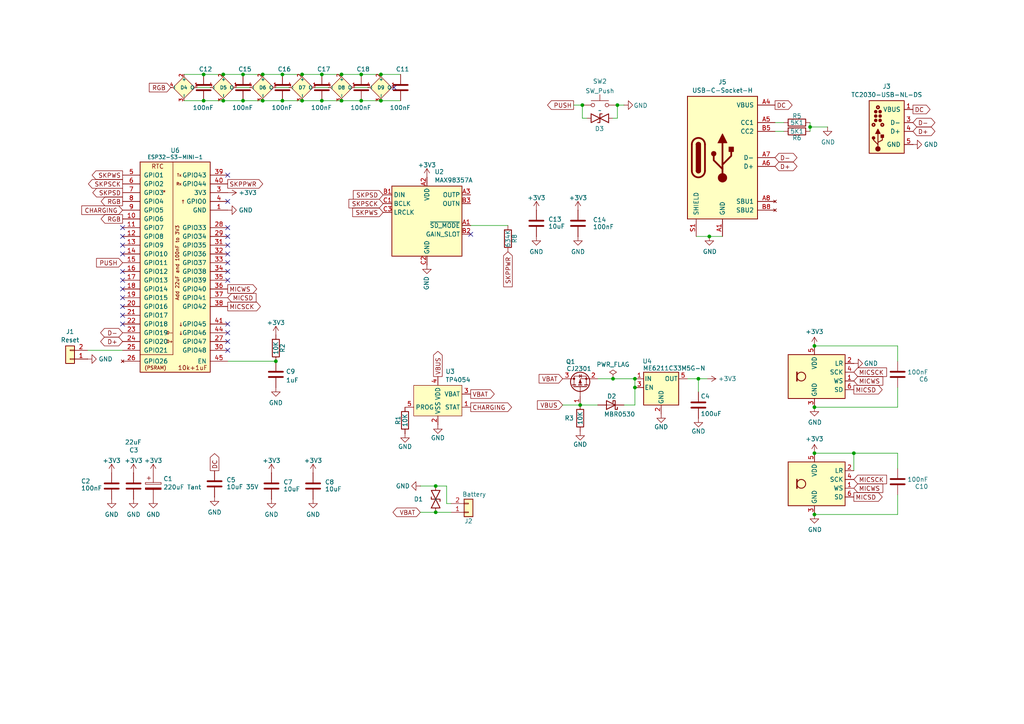
<source format=kicad_sch>
(kicad_sch (version 20231120) (generator "eeschema") (generator_version "8.0")
  (paper "A4")
  (title_block (title "LED driver") (rev "1") (comment 1 "@TheRealRevK") (comment 2 "www.me.uk"))
  (lib_symbols
    (symbol "Connector_Generic:Conn_01x02" (pin_names (offset 1.016) hide)
      (property "Reference" "J" (at 0 2.54 0))
      (property "Value" "Conn_01x02" (at 0 -5.08 0))
      (symbol "Conn_01x02_1_1"
        (pin passive line (at -5.08 0 0) (length 3.81) (name "Pin_1") (number "1"))
        (pin passive line (at -5.08 -2.54 0) (length 3.81) (name "Pin_2") (number "2"))
      )
    )
    (symbol "Device:C" (pin_numbers hide) (pin_names (offset 0.254))
      (property "Reference" "C" (at 0.635 2.54 0))
      (property "Value" "C" (at 0.635 -2.54 0))
      (symbol "C_1_1"
        (pin passive line (at 0 3.81 270) (length 2.794) (name "~") (number "1"))
        (pin passive line (at 0 -3.81 90) (length 2.794) (name "~") (number "2"))
      )
    )
    (symbol "Device:C_Polarized" (pin_numbers hide) (pin_names (offset 0.254))
      (property "Reference" "C" (at 0.635 2.54 0))
      (property "Value" "C_Polarized" (at 0.635 -2.54 0))
      (symbol "C_Polarized_1_1"
        (pin passive line (at 0 3.81 270) (length 2.794) (name "~") (number "1"))
        (pin passive line (at 0 -3.81 90) (length 2.794) (name "~") (number "2"))
      )
    )
    (symbol "Device:D_Schottky" (pin_numbers hide) (pin_names (offset 1.016) hide)
      (property "Reference" "D" (at 0 2.54 0))
      (property "Value" "D_Schottky" (at 0 -2.54 0))
      (symbol "D_Schottky_1_1"
        (pin passive line (at -3.81 0 0) (length 2.54) (name "K") (number "1"))
        (pin passive line (at 3.81 0 180) (length 2.54) (name "A") (number "2"))
      )
    )
    (symbol "Device:R" (pin_numbers hide) (pin_names (offset 0))
      (property "Reference" "R" (at 2.032 0 90))
      (property "Value" "R" (at 0 0 90))
      (symbol "R_1_1"
        (pin passive line (at 0 3.81 270) (length 1.27) (name "~") (number "1"))
        (pin passive line (at 0 -3.81 90) (length 1.27) (name "~") (number "2"))
      )
    )
    (symbol "Regulator_Linear:TLV70033_SOT23-5" (pin_names (offset 0.254))
      (property "Reference" "U" (at -3.81 5.715 0))
      (property "Value" "TLV70033_SOT23-5" (at 0 5.715 0))
      (symbol "TLV70033_SOT23-5_1_1"
        (pin power_in line (at -7.62 2.54 0) (length 2.54) (name "IN") (number "1"))
        (pin power_in line (at 0 -7.62 90) (length 2.54) (name "GND") (number "2"))
        (pin input line (at -7.62 0 0) (length 2.54) (name "EN") (number "3"))
        (pin no_connect line (at 5.08 0 180) (length 2.54) hide (name "NC") (number "4"))
        (pin power_out line (at 7.62 2.54 180) (length 2.54) (name "OUT") (number "5"))
      )
    )
    (symbol "RevK:ES05D1MC10" (pin_numbers hide)
      (property "Reference" "D" (at 0 2.54 0))
      (symbol "ES05D1MC10_1_1"
        (pin passive line (at 3.81 0 180) (length 1.27) (name "~") (number "1"))
        (pin passive line (at -3.81 0 0) (length 1.27) (name "~") (number "2"))
      )
    )
    (symbol "RevK:ESP32-S3-MINI-1-N4R2" (pin_names (offset 1.016))
      (property "Reference" "U" (at 9.525 28.575 0))
      (property "Value" "ESP32-S3-MINI-1-N4R2" (at 0 31.115 0))
      (symbol "ESP32-S3-MINI-1-N4R2_1_1"
        (text "(PSRAM)" (at -5.715 -29.21 0) (effects (font (size 1 1))))
        (text "*" (at -3.175 21.59 0) (effects (font (size 1.27 1.27))))
        (text "10k+1uF" (at 5.08 -29.21 0) (effects (font (size 1.27 1.27))))
        (text "Add 22uF and 100nF to 3V3" (at 0.635 1.27 900) (effects (font (size 1 1))))
        (text "D+" (at -2.54 -21.59 0) (effects (font (size 0.8 0.8)) (justify left)))
        (text "D-" (at -2.54 -19.05 0) (effects (font (size 0.8 0.8)) (justify left)))
        (text "RTC" (at -5.08 29.21 0) (effects (font (size 1.27 1.27))))
        (text "Rx" (at 1.905 24.13 0) (effects (font (size 0.8 0.8)) (justify right)))
        (text "Tx" (at 1.905 26.67 0) (effects (font (size 0.8 0.8)) (justify right)))
        (text "↑" (at 3.175 19.05 0) (effects (font (size 1.27 1.27)) (justify right)))
        (text "↓" (at 2.54 -19.05 0) (effects (font (size 1.27 1.27)) (justify right)))
        (text "↓" (at 2.54 -16.51 0) (effects (font (size 1.27 1.27)) (justify right)))
        (pin power_in line (at 15.24 16.51 180) (length 5.08) (name "GND") (number "1"))
        (pin passive line (at -15.24 13.97 0) (length 5.08) (name "GPIO6") (number "10"))
        (pin passive line (at -15.24 11.43 0) (length 5.08) (name "GPIO7") (number "11"))
        (pin passive line (at -15.24 8.89 0) (length 5.08) (name "GPIO8") (number "12"))
        (pin passive line (at -15.24 6.35 0) (length 5.08) (name "GPIO9") (number "13"))
        (pin passive line (at -15.24 3.81 0) (length 5.08) (name "GPIO10") (number "14"))
        (pin passive line (at -15.24 1.27 0) (length 5.08) (name "GPIO11") (number "15"))
        (pin passive line (at -15.24 -1.27 0) (length 5.08) (name "GPIO12") (number "16"))
        (pin passive line (at -15.24 -3.81 0) (length 5.08) (name "GPIO13") (number "17"))
        (pin passive line (at -15.24 -6.35 0) (length 5.08) (name "GPIO14") (number "18"))
        (pin passive line (at -15.24 -8.89 0) (length 5.08) (name "GPIO15") (number "19"))
        (pin power_in line (at 15.24 16.51 180) (length 5.08) hide (name "GND") (number "2"))
        (pin passive line (at -15.24 -11.43 0) (length 5.08) (name "GPIO16") (number "20"))
        (pin passive line (at -15.24 -13.97 0) (length 5.08) (name "GPIO17") (number "21"))
        (pin passive line (at -15.24 -16.51 0) (length 5.08) (name "GPIO18") (number "22"))
        (pin passive line (at -15.24 -19.05 0) (length 5.08) (name "GPIO19") (number "23"))
        (pin passive line (at -15.24 -21.59 0) (length 5.08) (name "GPIO20") (number "24"))
        (pin passive line (at -15.24 -24.13 0) (length 5.08) (name "GPIO21") (number "25"))
        (pin no_connect line (at -15.24 -27.305 0) (length 5.08) (name "GPIO26") (number "26"))
        (pin passive line (at 15.24 -21.59 180) (length 5.08) (name "GPIO47") (number "27"))
        (pin passive line (at 15.24 11.43 180) (length 5.08) (name "GPIO33") (number "28"))
        (pin passive line (at 15.24 8.89 180) (length 5.08) (name "GPIO34") (number "29"))
        (pin power_in line (at 15.24 21.59 180) (length 5.08) (name "3V3") (number "3"))
        (pin passive line (at 15.24 -24.13 180) (length 5.08) (name "GPIO48") (number "30"))
        (pin passive line (at 15.24 6.35 180) (length 5.08) (name "GPIO35") (number "31"))
        (pin passive line (at 15.24 3.81 180) (length 5.08) (name "GPIO36") (number "32"))
        (pin passive line (at 15.24 1.27 180) (length 5.08) (name "GPIO37") (number "33"))
        (pin passive line (at 15.24 -1.27 180) (length 5.08) (name "GPIO38") (number "34"))
        (pin passive line (at 15.24 -3.81 180) (length 5.08) (name "GPIO39") (number "35"))
        (pin passive line (at 15.24 -6.35 180) (length 5.08) (name "GPIO40") (number "36"))
        (pin passive line (at 15.24 -8.89 180) (length 5.08) (name "GPIO41") (number "37"))
        (pin passive line (at 15.24 -11.43 180) (length 5.08) (name "GPIO42") (number "38"))
        (pin passive line (at 15.24 26.67 180) (length 5.08) (name "GPIO43") (number "39"))
        (pin passive line (at 15.24 19.05 180) (length 5.08) (name "GPIO0") (number "4"))
        (pin passive line (at 15.24 24.13 180) (length 5.08) (name "GPIO44") (number "40"))
        (pin passive line (at 15.24 -16.51 180) (length 5.08) (name "GPIO45") (number "41"))
        (pin power_in line (at 15.24 16.51 180) (length 5.08) hide (name "GND") (number "42"))
        (pin power_in line (at 15.24 16.51 180) (length 5.08) hide (name "GND") (number "43"))
        (pin passive line (at 15.24 -19.05 180) (length 5.08) (name "GPIO46") (number "44"))
        (pin input line (at 15.24 -27.305 180) (length 5.08) (name "EN") (number "45"))
        (pin power_in line (at 15.24 16.51 180) (length 5.08) hide (name "GND") (number "46"))
        (pin power_in line (at 15.24 16.51 180) (length 5.08) hide (name "GND") (number "47"))
        (pin power_in line (at 15.24 16.51 180) (length 5.08) hide (name "GND") (number "48"))
        (pin power_in line (at 15.24 16.51 180) (length 5.08) hide (name "GND") (number "49"))
        (pin passive line (at -15.24 26.67 0) (length 5.08) (name "GPIO1") (number "5"))
        (pin power_in line (at 15.24 16.51 180) (length 5.08) hide (name "GND") (number "50"))
        (pin power_in line (at 15.24 16.51 180) (length 5.08) hide (name "GND") (number "51"))
        (pin power_in line (at 15.24 16.51 180) (length 5.08) hide (name "GND") (number "52"))
        (pin power_in line (at 15.24 16.51 180) (length 5.08) hide (name "GND") (number "53"))
        (pin power_in line (at 15.24 16.51 180) (length 5.08) hide (name "GND") (number "54"))
        (pin power_in line (at 15.24 16.51 180) (length 5.08) hide (name "GND") (number "55"))
        (pin power_in line (at 15.24 16.51 180) (length 5.08) hide (name "GND") (number "56"))
        (pin power_in line (at 15.24 16.51 180) (length 5.08) hide (name "GND") (number "57"))
        (pin power_in line (at 15.24 16.51 180) (length 5.08) hide (name "GND") (number "58"))
        (pin power_in line (at 15.24 16.51 180) (length 5.08) hide (name "GND") (number "59"))
        (pin passive line (at -15.24 24.13 0) (length 5.08) (name "GPIO2") (number "6"))
        (pin power_in line (at 15.24 16.51 180) (length 5.08) hide (name "GND") (number "60"))
        (pin power_in line (at 15.24 16.51 180) (length 5.08) hide (name "GND") (number "61"))
        (pin power_in line (at 15.24 16.51 180) (length 5.08) hide (name "GND") (number "62"))
        (pin power_in line (at 15.24 16.51 180) (length 5.08) hide (name "GND") (number "63"))
        (pin power_in line (at 15.24 16.51 180) (length 5.08) hide (name "GND") (number "64"))
        (pin power_in line (at 15.24 16.51 180) (length 5.08) hide (name "GND") (number "65"))
        (pin passive line (at -15.24 21.59 0) (length 5.08) (name "GPIO3") (number "7"))
        (pin passive line (at -15.24 19.05 0) (length 5.08) (name "GPIO4") (number "8"))
        (pin passive line (at -15.24 16.51 0) (length 5.08) (name "GPIO5") (number "9"))
      )
    )
    (symbol "RevK:ICS43434_MEMS_Mic"
      (symbol "ICS43434_MEMS_Mic_1_1"
        (pin input line (at 11.43 -1.27 180) (length 2.54) (name "WS") (number "1"))
        (pin input line (at 11.43 3.81 180) (length 2.54) (name "LR") (number "2"))
        (pin power_in line (at 0 -8.89 90) (length 2.54) (name "GND") (number "3"))
        (pin input line (at 11.43 1.27 180) (length 2.54) (name "SCK") (number "4"))
        (pin power_in line (at 0 8.89 270) (length 2.54) (name "VDD") (number "5"))
        (pin output line (at 11.43 -3.81 180) (length 2.54) (name "SD") (number "6"))
      )
    )
    (symbol "RevK:MAX98357A"
      (property "Reference" "U" (at -8.89 11.43 0))
      (property "Value" "MAX98357A" (at 10.16 11.43 0))
      (symbol "MAX98357A_1_1"
        (pin input line (at 12.7 -1.27 180) (length 2.54) (name "~{SD_MODE}") (number "A1"))
        (pin power_in line (at 0 12.7 270) (length 2.54) (name "VDD") (number "A2"))
        (pin output line (at 12.7 7.62 180) (length 2.54) (name "OUTP") (number "A3"))
        (pin input line (at -12.7 7.62 0) (length 2.54) (name "DIN") (number "B1"))
        (pin passive line (at 12.7 -3.81 180) (length 2.54) (name "GAIN_SLOT") (number "B2"))
        (pin output line (at 12.7 5.08 180) (length 2.54) (name "OUTN") (number "B3"))
        (pin input line (at -12.7 5.08 0) (length 2.54) (name "BCLK") (number "C1"))
        (pin power_in line (at 0 -12.7 90) (length 2.54) (name "GND") (number "C2"))
        (pin input line (at -12.7 2.54 0) (length 2.54) (name "LRCLK") (number "C3"))
      )
    )
    (symbol "RevK:TC2030-USB-NL" (pin_names (offset 1.016)) (in_bom no)
      (property "Reference" "J" (at 0 10.922 0))
      (property "Value" "TC2030-USB-NL" (at 0 8.89 0))
      (symbol "TC2030-USB-NL_1_1"
        (pin passive line (at 7.62 5.08 180) (length 2.54) (name "VBUS") (number "1"))
        (pin passive line (at 7.62 5.08 180) (length 2.54) hide (name "VBUS") (number "2"))
        (pin bidirectional line (at 7.62 1.27 180) (length 2.54) (name "D-") (number "3"))
        (pin bidirectional line (at 7.62 -1.27 180) (length 2.54) (name "D+") (number "4"))
        (pin passive line (at 7.62 -5.08 180) (length 2.54) (name "GND") (number "5"))
        (pin passive line (at 7.62 -5.08 180) (length 2.54) hide (name "GND") (number "6"))
      )
    )
    (symbol "RevK:TP4054"
      (property "Reference" "U" (at 4.445 -5.715 0))
      (property "Value" "TP4054" (at 3.81 5.715 0))
      (symbol "TP4054_1_1"
        (pin open_collector line (at 9.525 -1.905 180) (length 2.54) (name "STAT") (number "1"))
        (pin power_in line (at 0 -6.985 90) (length 2.54) (name "VSS") (number "2"))
        (pin power_out line (at 9.525 1.905 180) (length 2.54) (name "VBAT") (number "3"))
        (pin power_in line (at 0 6.985 270) (length 2.54) (name "VDD") (number "4"))
        (pin input line (at -9.525 -1.905 0) (length 2.54) (name "PROG") (number "5"))
      )
    )
    (symbol "RevK:USB-C-Socket-H" (pin_names (offset 1.016))
      (property "Reference" "J" (at -10.16 19.05 0))
      (property "Value" "USB-C-Socket-V" (at 0.635 12.7 0))
      (symbol "USB-C-Socket-H_1_1"
        (pin passive line (at 0 -22.86 90) (length 5.08) (name "GND") (number "A1"))
        (pin passive line (at 0 -22.86 90) (length 5.08) hide (name "GND") (number "A12"))
        (pin passive line (at 15.24 15.24 180) (length 5.08) (name "VBUS") (number "A4"))
        (pin bidirectional line (at 15.24 10.16 180) (length 5.08) (name "CC1") (number "A5"))
        (pin bidirectional line (at 15.24 -2.54 180) (length 5.08) (name "D+") (number "A6"))
        (pin bidirectional line (at 15.24 0 180) (length 5.08) (name "D-") (number "A7"))
        (pin no_connect line (at 15.24 -12.7 180) (length 5.08) (name "SBU1") (number "A8"))
        (pin passive line (at 15.24 15.24 180) (length 5.08) hide (name "VBUS") (number "A9"))
        (pin passive line (at 0 -22.86 90) (length 5.08) hide (name "GND") (number "B1"))
        (pin passive line (at 0 -22.86 90) (length 5.08) hide (name "GND") (number "B12"))
        (pin passive line (at 15.24 15.24 180) (length 5.08) hide (name "VBUS") (number "B4"))
        (pin bidirectional line (at 15.24 7.62 180) (length 5.08) (name "CC2") (number "B5"))
        (pin bidirectional line (at 15.24 -2.54 180) (length 5.08) hide (name "D+") (number "B6"))
        (pin bidirectional line (at 15.24 0 180) (length 5.08) hide (name "D-") (number "B7"))
        (pin no_connect line (at 15.24 -15.24 180) (length 5.08) (name "SBU2") (number "B8"))
        (pin passive line (at 15.24 15.24 180) (length 5.08) hide (name "VBUS") (number "B9"))
        (pin passive line (at -7.62 -22.86 90) (length 5.08) (name "SHIELD") (number "S1"))
      )
    )
    (symbol "RevK:WS2812B-1mm" (pin_names (offset 0.254))
      (property "Reference" "D" (at 0 0 0))
      (symbol "WS2812B-1mm_1_1"
        (pin output line (at 3.81 0 180) (length 0.5) (name "O") (number "1"))
        (pin power_in line (at 0 -3.81 90) (length 0.5) (name "+") (number "2"))
        (pin power_in line (at 0 3.81 270) (length 0.5) (name "-") (number "3"))
        (pin input line (at -3.81 0 0) (length 0.5) (name "I") (number "4"))
      )
    )
    (symbol "Switch:SW_Push" (pin_numbers hide) (pin_names (offset 1.016) hide)
      (property "Reference" "SW" (at 1.27 2.54 0))
      (property "Value" "SW_Push" (at 0 -1.524 0))
      (symbol "SW_Push_0_1"
        (pin passive line (at -5.08 0 0) (length 2.54) (name "1") (number "1"))
        (pin passive line (at 5.08 0 180) (length 2.54) (name "2") (number "2"))
      )
    )
    (symbol "Transistor_FET:BSS83P" (pin_names hide)
      (property "Reference" "Q" (at 5.08 1.905 0))
      (property "Value" "BSS83P" (at 5.08 0 0))
      (symbol "BSS83P_1_1"
        (pin input line (at -5.08 0 0) (length 2.54) (name "G") (number "1"))
        (pin passive line (at 2.54 -5.08 90) (length 2.54) (name "S") (number "2"))
        (pin passive line (at 2.54 5.08 270) (length 2.54) (name "D") (number "3"))
      )
    )
    (symbol "power:+3.3V" (power) (pin_numbers hide) (pin_names (offset 0) hide)
      (property "Value" "+3.3V" (at 0 3.556 0))
      (symbol "+3.3V_1_1"
        (pin power_in line (at 0 0 90) (length 0) (name "~") (number "1"))
      )
    )
    (symbol "power:GND" (power) (pin_numbers hide) (pin_names (offset 0) hide)
      (property "Value" "GND" (at 0 -3.81 0))
      (symbol "GND_1_1"
        (pin power_in line (at 0 0 270) (length 0) (name "~") (number "1"))
      )
    )
    (symbol "power:PWR_FLAG" (power) (pin_numbers hide) (pin_names (offset 0) hide)
      (property "Value" "PWR_FLAG" (at 0 3.81 0))
      (symbol "PWR_FLAG_0_0"
        (pin power_out line (at 0 0 90) (length 0) (name "~") (number "1"))
      )
    )
  )
  (junction (at 126.365 140.97))
  (junction (at 87.63 21.59))
  (junction (at 76.2 21.59))
  (junction (at 87.63 29.21))
  (junction (at 64.77 21.59))
  (junction (at 93.345 29.21))
  (junction (at 236.22 131.445))
  (junction (at 104.775 21.59))
  (junction (at 99.06 21.59))
  (junction (at 202.565 109.855))
  (junction (at 64.77 29.21))
  (junction (at 59.055 29.21))
  (junction (at 110.49 29.21))
  (junction (at 110.49 21.59))
  (junction (at 99.06 29.21))
  (junction (at 177.8 109.855))
  (junction (at 70.485 29.21))
  (junction (at 247.65 131.445))
  (junction (at 168.91 30.48))
  (junction (at 168.275 117.475))
  (junction (at 205.74 68.58))
  (junction (at 236.22 100.33))
  (junction (at 76.2 29.21))
  (junction (at 81.915 21.59))
  (junction (at 184.15 112.395))
  (junction (at 93.345 21.59))
  (junction (at 179.07 30.48))
  (junction (at 59.055 21.59))
  (junction (at 104.775 29.21))
  (junction (at 236.22 118.11))
  (junction (at 126.365 148.59))
  (junction (at 70.485 21.59))
  (junction (at 184.15 109.855))
  (junction (at 234.95 36.83))
  (junction (at 236.22 149.225))
  (junction (at 80.01 104.775))
  (junction (at 81.915 29.21))
  (no_connect (at 66.04 71.12))
  (no_connect (at 66.04 58.42))
  (no_connect (at 66.04 50.8))
  (no_connect (at 35.56 68.58))
  (no_connect (at 35.56 91.44))
  (no_connect (at 66.04 96.52))
  (no_connect (at 66.04 99.06))
  (no_connect (at 114.3 25.4))
  (no_connect (at 35.56 73.66))
  (no_connect (at 35.56 66.04))
  (no_connect (at 66.04 73.66))
  (no_connect (at 35.56 71.12))
  (no_connect (at 136.525 67.945))
  (no_connect (at 66.04 66.04))
  (no_connect (at 35.56 93.98))
  (no_connect (at 66.04 101.6))
  (no_connect (at 66.04 81.28))
  (no_connect (at 66.04 76.2))
  (no_connect (at 35.56 83.82))
  (no_connect (at 66.04 93.98))
  (no_connect (at 35.56 78.74))
  (no_connect (at 66.04 78.74))
  (no_connect (at 35.56 88.9))
  (no_connect (at 35.56 81.28))
  (no_connect (at 66.04 68.58))
  (no_connect (at 35.56 86.36))
  (wire (pts (xy 179.07 30.48) (xy 179.07 34.29)))
  (wire (pts (xy 121.92 148.59) (xy 126.365 148.59)))
  (wire (pts (xy 236.22 118.11) (xy 260.35 118.11)))
  (wire (pts (xy 76.2 21.59) (xy 81.915 21.59)))
  (wire (pts (xy 173.355 109.855) (xy 177.8 109.855)))
  (wire (pts (xy 70.485 29.21) (xy 76.2 29.21)))
  (wire (pts (xy 121.92 140.97) (xy 126.365 140.97)))
  (wire (pts (xy 234.95 36.83) (xy 234.95 38.1)))
  (wire (pts (xy 260.35 131.445) (xy 260.35 135.89)))
  (wire (pts (xy 126.365 140.97) (xy 129.54 140.97)))
  (wire (pts (xy 260.35 100.33) (xy 260.35 104.775)))
  (wire (pts (xy 87.63 29.21) (xy 93.345 29.21)))
  (wire (pts (xy 59.055 29.21) (xy 64.77 29.21)))
  (wire (pts (xy 110.49 21.59) (xy 116.205 21.59)))
  (wire (pts (xy 91.44 25.4) (xy 95.25 25.4)))
  (wire (pts (xy 57.15 25.4) (xy 60.96 25.4)))
  (wire (pts (xy 53.34 29.21) (xy 59.055 29.21)))
  (wire (pts (xy 236.22 149.225) (xy 260.35 149.225)))
  (wire (pts (xy 184.15 112.395) (xy 184.15 117.475)))
  (wire (pts (xy 87.63 21.59) (xy 93.345 21.59)))
  (wire (pts (xy 173.355 117.475) (xy 168.275 117.475)))
  (wire (pts (xy 76.2 29.21) (xy 81.915 29.21)))
  (wire (pts (xy 260.35 149.225) (xy 260.35 143.51)))
  (wire (pts (xy 93.345 29.21) (xy 99.06 29.21)))
  (wire (pts (xy 202.565 109.855) (xy 202.565 113.665)))
  (wire (pts (xy 163.195 117.475) (xy 168.275 117.475)))
  (wire (pts (xy 81.915 29.21) (xy 87.63 29.21)))
  (wire (pts (xy 93.345 21.59) (xy 99.06 21.59)))
  (wire (pts (xy 129.54 146.05) (xy 130.81 146.05)))
  (wire (pts (xy 201.93 68.58) (xy 205.74 68.58)))
  (wire (pts (xy 177.8 109.855) (xy 184.15 109.855)))
  (wire (pts (xy 80.01 25.4) (xy 83.82 25.4)))
  (wire (pts (xy 70.485 21.59) (xy 76.2 21.59)))
  (wire (pts (xy 236.22 100.33) (xy 260.35 100.33)))
  (wire (pts (xy 166.37 30.48) (xy 168.91 30.48)))
  (wire (pts (xy 199.39 109.855) (xy 202.565 109.855)))
  (wire (pts (xy 53.34 21.59) (xy 59.055 21.59)))
  (wire (pts (xy 104.775 29.21) (xy 110.49 29.21)))
  (wire (pts (xy 240.03 36.83) (xy 234.95 36.83)))
  (wire (pts (xy 202.565 109.855) (xy 205.105 109.855)))
  (wire (pts (xy 59.055 21.59) (xy 64.77 21.59)))
  (wire (pts (xy 180.975 30.48) (xy 179.07 30.48)))
  (wire (pts (xy 184.15 109.855) (xy 184.15 112.395)))
  (wire (pts (xy 179.07 34.29) (xy 177.8 34.29)))
  (wire (pts (xy 25.4 101.6) (xy 35.56 101.6)))
  (wire (pts (xy 64.77 29.21) (xy 70.485 29.21)))
  (wire (pts (xy 68.58 25.4) (xy 72.39 25.4)))
  (wire (pts (xy 126.365 148.59) (xy 130.81 148.59)))
  (wire (pts (xy 234.95 35.56) (xy 234.95 36.83)))
  (wire (pts (xy 247.65 131.445) (xy 247.65 136.525)))
  (wire (pts (xy 180.975 117.475) (xy 184.15 117.475)))
  (wire (pts (xy 168.91 34.29) (xy 170.18 34.29)))
  (wire (pts (xy 136.525 65.405) (xy 147.32 65.405)))
  (wire (pts (xy 224.79 35.56) (xy 227.33 35.56)))
  (wire (pts (xy 247.65 131.445) (xy 260.35 131.445)))
  (wire (pts (xy 209.55 68.58) (xy 205.74 68.58)))
  (wire (pts (xy 224.79 38.1) (xy 227.33 38.1)))
  (wire (pts (xy 236.22 131.445) (xy 247.65 131.445)))
  (wire (pts (xy 99.06 29.21) (xy 104.775 29.21)))
  (wire (pts (xy 81.915 21.59) (xy 87.63 21.59)))
  (wire (pts (xy 110.49 29.21) (xy 116.205 29.21)))
  (wire (pts (xy 64.77 21.59) (xy 70.485 21.59)))
  (wire (pts (xy 168.91 30.48) (xy 168.91 34.29)))
  (wire (pts (xy 260.35 118.11) (xy 260.35 112.395)))
  (wire (pts (xy 99.06 21.59) (xy 104.775 21.59)))
  (wire (pts (xy 129.54 140.97) (xy 129.54 146.05)))
  (wire (pts (xy 102.87 25.4) (xy 106.68 25.4)))
  (wire (pts (xy 66.04 104.775) (xy 80.01 104.775)))
  (wire (pts (xy 104.775 21.59) (xy 110.49 21.59)))
  (global_label "CHARGING" (shape output) (at 136.525 118.11 0) (property "Intersheetrefs" "${INTERSHEET_REFS}" (effects (hide yes))))
  (global_label "MICWS" (shape input) (at 247.65 110.49 0) (property "Intersheetrefs" "${INTERSHEET_REFS}" (effects (hide yes))))
  (global_label "D+" (shape bidirectional) (at 264.795 38.1 0) (property "Intersheetrefs" "${INTERSHEET_REFS}" (effects (hide yes))))
  (global_label "MICSCK" (shape input) (at 247.65 107.95 0) (property "Intersheetrefs" "${INTERSHEET_REFS}" (effects (hide yes))))
  (global_label "VBAT" (shape bidirectional) (at 121.92 148.59 180) (property "Intersheetrefs" "${INTERSHEET_REFS}" (effects (hide yes))))
  (global_label "MICSD" (shape output) (at 247.65 113.03 0) (property "Intersheetrefs" "${INTERSHEET_REFS}" (effects (hide yes))))
  (global_label "D+" (shape bidirectional) (at 35.56 99.06 180) (property "Intersheetrefs" "${INTERSHEET_REFS}" (effects (hide yes))))
  (global_label "PUSH" (shape input) (at 35.56 76.2 180) (property "Intersheetrefs" "${INTERSHEET_REFS}" (effects (hide yes))))
  (global_label "SKPSD" (shape input) (at 111.125 56.515 180) (property "Intersheetrefs" "${INTERSHEET_REFS}" (effects (hide yes))))
  (global_label "MICSCK" (shape output) (at 66.04 88.9 0) (property "Intersheetrefs" "${INTERSHEET_REFS}" (effects (hide yes))))
  (global_label "DC" (shape output) (at 264.795 31.75 0) (property "Intersheetrefs" "${INTERSHEET_REFS}" (effects (hide yes))))
  (global_label "SKPSD" (shape output) (at 35.56 55.88 180) (property "Intersheetrefs" "${INTERSHEET_REFS}" (effects (hide yes))))
  (global_label "DC" (shape output) (at 224.79 30.48 0) (property "Intersheetrefs" "${INTERSHEET_REFS}" (effects (hide yes))))
  (global_label "SKPSCK" (shape output) (at 35.56 53.34 180) (property "Intersheetrefs" "${INTERSHEET_REFS}" (effects (hide yes))))
  (global_label "RGB" (shape output) (at 35.56 63.5 180) (property "Intersheetrefs" "${INTERSHEET_REFS}" (effects (hide yes))))
  (global_label "D-" (shape bidirectional) (at 264.795 35.56 0) (property "Intersheetrefs" "${INTERSHEET_REFS}" (effects (hide yes))))
  (global_label "D-" (shape bidirectional) (at 224.79 45.72 0) (property "Intersheetrefs" "${INTERSHEET_REFS}" (effects (hide yes))))
  (global_label "RGB" (shape input) (at 49.53 25.4 180) (property "Intersheetrefs" "${INTERSHEET_REFS}" (effects (hide yes))))
  (global_label "D+" (shape bidirectional) (at 224.79 48.26 0) (property "Intersheetrefs" "${INTERSHEET_REFS}" (effects (hide yes))))
  (global_label "MICSD" (shape output) (at 247.65 144.145 0) (property "Intersheetrefs" "${INTERSHEET_REFS}" (effects (hide yes))))
  (global_label "SKPPWR" (shape output) (at 66.04 53.34 0) (property "Intersheetrefs" "${INTERSHEET_REFS}" (effects (hide yes))))
  (global_label "MICSD" (shape input) (at 66.04 86.36 0) (property "Intersheetrefs" "${INTERSHEET_REFS}" (effects (hide yes))))
  (global_label "MICWS" (shape output) (at 66.04 83.82 0) (property "Intersheetrefs" "${INTERSHEET_REFS}" (effects (hide yes))))
  (global_label "MICWS" (shape input) (at 247.65 141.605 0) (property "Intersheetrefs" "${INTERSHEET_REFS}" (effects (hide yes))))
  (global_label "RGB" (shape output) (at 35.56 58.42 180) (property "Intersheetrefs" "${INTERSHEET_REFS}" (effects (hide yes))))
  (global_label "MICSCK" (shape input) (at 247.65 139.065 0) (property "Intersheetrefs" "${INTERSHEET_REFS}" (effects (hide yes))))
  (global_label "D-" (shape bidirectional) (at 35.56 96.52 180) (property "Intersheetrefs" "${INTERSHEET_REFS}" (effects (hide yes))))
  (global_label "CHARGING" (shape input) (at 35.56 60.96 180) (property "Intersheetrefs" "${INTERSHEET_REFS}" (effects (hide yes))))
  (global_label "VBUS" (shape output) (at 127 109.22 90) (property "Intersheetrefs" "${INTERSHEET_REFS}" (effects (hide yes))))
  (global_label "VBAT" (shape output) (at 136.525 114.3 0) (property "Intersheetrefs" "${INTERSHEET_REFS}" (effects (hide yes))))
  (global_label "DC" (shape output) (at 62.23 136.525 90) (property "Intersheetrefs" "${INTERSHEET_REFS}" (effects (hide yes))))
  (global_label "VBUS" (shape input) (at 163.195 117.475 180) (property "Intersheetrefs" "${INTERSHEET_REFS}" (effects (hide yes))))
  (global_label "VBAT" (shape input) (at 163.195 109.855 180) (property "Intersheetrefs" "${INTERSHEET_REFS}" (effects (hide yes))))
  (global_label "PUSH" (shape output) (at 166.37 30.48 180) (property "Intersheetrefs" "${INTERSHEET_REFS}" (effects (hide yes))))
  (global_label "SKPPWR" (shape input) (at 147.32 73.025 270) (property "Intersheetrefs" "${INTERSHEET_REFS}" (effects (hide yes))))
  (global_label "SKPWS" (shape output) (at 35.56 50.8 180) (property "Intersheetrefs" "${INTERSHEET_REFS}" (effects (hide yes))))
  (global_label "SKPSCK" (shape input) (at 111.125 59.055 180) (property "Intersheetrefs" "${INTERSHEET_REFS}" (effects (hide yes))))
  (global_label "SKPWS" (shape input) (at 111.125 61.595 180) (property "Intersheetrefs" "${INTERSHEET_REFS}" (effects (hide yes))))
  (symbol (lib_id "Device:R") (at 231.14 35.56 90) (unit 1)
    (property "Reference" "R5" (at 231.14 33.655 90))
    (property "Value" "5K1" (at 231.14 35.56 90))
    (property "Footprint" "RevK:R_0402" (effects (hide yes)))
    (property "Description" "Resistor" (effects (hide yes)))
  )
  (symbol (lib_id "power:GND") (at 240.03 36.83 0) (unit 1)
    (property "Reference" "#PWR011" (effects (hide yes)))
    (property "Value" "GND" (at 240.157 41.2242 0))
    (property "Description" "Power symbol creates a global label with name \"GND\" , ground" (effects (hide yes)))
  )
  (symbol (lib_id "power:GND") (at 205.74 68.58 0) (unit 1)
    (property "Reference" "#PWR012" (effects (hide yes)))
    (property "Value" "GND" (at 205.867 72.9742 0))
    (property "Description" "Power symbol creates a global label with name \"GND\" , ground" (effects (hide yes)))
  )
  (symbol (lib_id "Device:R") (at 231.14 38.1 270) (unit 1)
    (property "Reference" "R6" (at 231.14 40.005 90))
    (property "Value" "5K1" (at 231.14 38.1 90))
    (property "Footprint" "RevK:R_0402" (effects (hide yes)))
    (property "Description" "Resistor" (effects (hide yes)))
  )
  (symbol (lib_id "Device:C") (at 104.775 25.4 0) (mirror y) (unit 1)
    (property "Reference" "C18" (at 103.378 20.066 0) (effects (justify right)))
    (property "Value" "100nF" (at 101.6 31.242 0) (effects (justify right)))
    (property "Footprint" "RevK:C_0402" (effects (hide yes)))
  )
  (symbol (lib_id "power:GND") (at 191.77 120.015 0) (unit 1)
    (property "Reference" "#PWR015" (effects (hide yes)))
    (property "Value" "GND" (at 191.77 123.825 0))
  )
  (symbol (lib_id "RevK:WS2812B-1mm") (at 53.34 25.4 0) (mirror x) (unit 1)
    (property "Reference" "D4" (at 53.34 25.4 0) (effects (font (size 1 1))))
    (property "Value" "XL-1010RGBC-WS2812B" (effects (hide yes)))
    (property "Footprint" "RevK:SMD1010" (effects (hide yes)))
    (property "Datasheet" "https://datasheet.lcsc.com/lcsc/2301111010_XINGLIGHT-XL-1010RGBC-WS2812B_C5349953.pdf" (effects (hide yes)))
    (property "Description" "RGB LED with integrated controller" (effects (hide yes)))
    (property "LCSC Part #" "C5349953" (effects (hide yes)))
  )
  (symbol (lib_id "power:+3.3V") (at 236.22 131.445 0) (unit 1)
    (property "Reference" "#PWR038" (effects (hide yes)))
    (property "Value" "+3V3" (at 236.22 127.3119 0))
    (property "Description" "Power symbol creates a global label with name \"+3.3V\"" (effects (hide yes)))
  )
  (symbol (lib_id "RevK:WS2812B-1mm") (at 76.2 25.4 0) (mirror x) (unit 1)
    (property "Reference" "D6" (at 76.2 25.4 0) (effects (font (size 1 1))))
    (property "Value" "XL-1010RGBC-WS2812B" (effects (hide yes)))
    (property "Footprint" "RevK:SMD1010" (effects (hide yes)))
    (property "Datasheet" "https://datasheet.lcsc.com/lcsc/2301111010_XINGLIGHT-XL-1010RGBC-WS2812B_C5349953.pdf" (effects (hide yes)))
    (property "Description" "RGB LED with integrated controller" (effects (hide yes)))
    (property "LCSC Part #" "C5349953" (effects (hide yes)))
  )
  (symbol (lib_id "power:GND") (at 80.01 112.395 0) (unit 1)
    (property "Reference" "#PWR022" (effects (hide yes)))
    (property "Value" "GND" (at 80.01 116.8384 0))
    (property "Description" "Power symbol creates a global label with name \"GND\" , ground" (effects (hide yes)))
  )
  (symbol (lib_id "power:GND") (at 247.65 105.41 90) (unit 1)
    (property "Reference" "#PWR041" (effects (hide yes)))
    (property "Value" "GND" (at 252.603 105.41 90))
    (property "Description" "Power symbol creates a global label with name \"GND\" , ground" (effects (hide yes)))
  )
  (symbol (lib_id "Device:C") (at 78.74 140.97 0) (unit 1)
    (property "Reference" "C7" (at 82.169 139.827 0) (effects (justify left)))
    (property "Value" "10uF" (at 82.169 141.859 0) (effects (justify left)))
    (property "Footprint" "RevK:C_0402" (effects (hide yes)))
    (property "LCSC Part #" "C15525" (effects (hide yes)))
  )
  (symbol (lib_id "power:GND") (at 127 123.19 0) (unit 1)
    (property "Reference" "#PWR09" (effects (hide yes)))
    (property "Value" "GND" (at 127 127 0))
  )
  (symbol (lib_id "power:GND") (at 202.565 121.285 0) (unit 1)
    (property "Reference" "#PWR027" (effects (hide yes)))
    (property "Value" "GND" (at 202.565 125.095 0))
  )
  (symbol (lib_id "Transistor_FET:BSS83P") (at 168.275 112.395 90) (unit 1)
    (property "Reference" "Q1" (at 166.878 104.902 90) (effects (justify left)))
    (property "Value" "CJ2301" (at 171.577 106.934 90) (effects (justify left)))
    (property "Footprint" "RevK:SOT-23" (effects (hide yes)))
    (property "Datasheet" "http://www.farnell.com/datasheets/1835997.pdf" (effects (hide yes)))
    (property "LCSC Part #" "C5224170" (effects (hide yes)))
    (property "JLCPCB Rotation Offset" "180" (effects (hide yes)))
  )
  (symbol (lib_id "Device:C") (at 260.35 108.585 180) (unit 1)
    (property "Reference" "C6" (at 269.24 109.998 0) (effects (justify left)))
    (property "Value" "100nF" (at 269.24 107.95 0) (effects (justify left)))
    (property "Footprint" "RevK:C_0402" (effects (hide yes)))
  )
  (symbol (lib_id "power:+3.3V") (at 32.385 137.16 0) (unit 1)
    (property "Reference" "#PWR023" (effects (hide yes)))
    (property "Value" "+3V3" (at 32.385 133.5842 0))
    (property "Description" "Power symbol creates a global label with name \"+3.3V\"" (effects (hide yes)))
  )
  (symbol (lib_id "power:+3.3V") (at 44.45 137.16 0) (unit 1)
    (property "Reference" "#PWR010" (effects (hide yes)))
    (property "Value" "+3V3" (at 44.45 133.5842 0))
    (property "Description" "Power symbol creates a global label with name \"+3.3V\"" (effects (hide yes)))
  )
  (symbol (lib_id "Connector_Generic:Conn_01x02") (at 135.89 148.59 0) (mirror x) (unit 1)
    (property "Reference" "J2" (at 135.89 151.13 0))
    (property "Value" "Battery" (at 137.541 143.383 0))
    (property "Footprint" "RevK:1.25T-2PWT (Molex 532610271)" (effects (hide yes)))
    (property "LCSC Part #" "C177225" (effects (hide yes)))
  )
  (symbol (lib_id "RevK:ICS43434_MEMS_Mic") (at 236.22 109.22 0) (unit 1)
    (property "Reference" "U5" (effects (hide yes)))
    (property "Value" "L" (effects (hide yes)))
    (property "Footprint" "RevK:ICS43434_MEMS_Mic_Open" (effects (hide yes)))
    (property "Datasheet" "https://www.lcsc.com/datasheet/lcsc_datasheet_2312010321_TDK-InvenSense-ICS-43434_C5656610.pdf" (effects (hide yes)))
    (property "Description" "I2S Microphone" (effects (hide yes)))
    (property "LCSC Part #" "C5656610" (effects (hide yes)))
  )
  (symbol (lib_id "Device:C") (at 38.735 140.97 0) (unit 1)
    (property "Reference" "C3" (at 37.465 130.556 0) (effects (justify left)))
    (property "Value" "22uF" (at 36.195 128.27 0) (effects (justify left)))
    (property "Footprint" "RevK:C_0603" (effects (hide yes)))
  )
  (symbol (lib_id "RevK:ESP32-S3-MINI-1-N4R2") (at 50.8 77.47 0) (unit 1)
    (property "Reference" "U6" (at 50.8 43.6332 0))
    (property "Value" "ESP32-S3-MINI-1" (at 50.8 45.5696 0) (effects (font (size 1.1 1.1))))
    (property "Footprint" "RevK:ESP32-S3-MINI-1" (effects (hide yes)))
    (property "Datasheet" "https://www.espressif.com/sites/default/files/documentation/esp32-s3-mini-1_mini-1u_datasheet_en.pdf" (effects (hide yes)))
    (property "LCSC Part #" "C3013941" (effects (hide yes)))
  )
  (symbol (lib_id "Device:C") (at 167.64 64.77 0) (unit 1)
    (property "Reference" "C14" (at 171.958 63.754 0) (effects (justify left)))
    (property "Value" "100nF" (at 171.958 65.802 0) (effects (justify left)))
    (property "Footprint" "RevK:C_0402" (effects (hide yes)))
  )
  (symbol (lib_id "power:PWR_FLAG") (at 177.8 109.855 0) (unit 1)
    (property "Reference" "#FLG01" (effects (hide yes)))
    (property "Value" "PWR_FLAG" (at 177.8 105.7219 0))
  )
  (symbol (lib_id "power:GND") (at 123.825 76.835 0) (mirror y) (unit 1)
    (property "Reference" "#PWR029" (effects (hide yes)))
    (property "Value" "GND" (at 123.698 80.0862 90) (effects (justify right)))
  )
  (symbol (lib_id "power:+3.3V") (at 66.04 55.88 270) (unit 1)
    (property "Reference" "#PWR019" (effects (hide yes)))
    (property "Value" "+3V3" (at 69.215 55.88 90) (effects (justify left)))
    (property "Description" "Power symbol creates a global label with name \"+3.3V\"" (effects (hide yes)))
  )
  (symbol (lib_id "power:+3.3V") (at 80.01 97.155 0) (unit 1)
    (property "Reference" "#PWR021" (effects (hide yes)))
    (property "Value" "+3V3" (at 80.01 93.5792 0))
    (property "Description" "Power symbol creates a global label with name \"+3.3V\"" (effects (hide yes)))
  )
  (symbol (lib_id "Regulator_Linear:TLV70033_SOT23-5") (at 191.77 112.395 0) (unit 1)
    (property "Reference" "U4" (at 187.706 104.775 0))
    (property "Value" "ME6211C33M5G-N" (at 186.436 106.807 0) (effects (justify left)))
    (property "Footprint" "RevK:SOT-23-5" (effects (hide yes)))
    (property "Datasheet" "http://www.ti.com/lit/ds/symlink/tlv700.pdf" (effects (hide yes)))
    (property "LCSC Part #" "C82942" (effects (hide yes)))
    (property "JLCPCB Rotation Offset" "-90" (effects (hide yes)))
  )
  (symbol (lib_id "Device:C") (at 202.565 117.475 0) (unit 1)
    (property "Reference" "C4" (at 203.2 114.935 0) (effects (justify left)))
    (property "Value" "100uF" (at 203.2 120.015 0) (effects (justify left)))
    (property "Footprint" "RevK:C_0805" (effects (hide yes)))
    (property "LCSC Part #" "C141660" (effects (hide yes)))
  )
  (symbol (lib_id "Connector_Generic:Conn_01x02") (at 20.32 104.14 180) (unit 1) (in_bom no)
    (property "Reference" "J1" (at 20.32 96.1855 0))
    (property "Value" "Reset" (at 20.32 98.6098 0))
    (property "Footprint" "RevK:AA-Pad" (effects (hide yes)))
    (property "Description" "Generic connector, single row, 01x02, script generated (kicad-library-utils/schlib/autogen/connector/)" (effects (hide yes)))
  )
  (symbol (lib_id "power:+3.3V") (at 78.74 137.16 0) (unit 1)
    (property "Reference" "#PWR06" (effects (hide yes)))
    (property "Value" "+3V3" (at 78.74 133.5842 0))
    (property "Description" "Power symbol creates a global label with name \"+3.3V\"" (effects (hide yes)))
  )
  (symbol (lib_id "Device:C") (at 62.23 140.335 0) (unit 1)
    (property "Reference" "C5" (at 65.659 139.192 0) (effects (justify left)))
    (property "Value" "10uF 35V" (at 65.659 141.224 0) (effects (justify left)))
    (property "Footprint" "RevK:C_0603" (effects (hide yes)))
    (property "LCSC Part #" "C194427" (effects (hide yes)))
  )
  (symbol (lib_id "power:GND") (at 168.275 125.095 0) (unit 1)
    (property "Reference" "#PWR013" (effects (hide yes)))
    (property "Value" "GND" (at 168.275 128.905 0))
  )
  (symbol (lib_id "power:GND") (at 90.805 144.78 0) (unit 1)
    (property "Reference" "#PWR037" (effects (hide yes)))
    (property "Value" "GND" (at 90.805 149.2234 0))
    (property "Description" "Power symbol creates a global label with name \"GND\" , ground" (effects (hide yes)))
  )
  (symbol (lib_id "Device:C") (at 260.35 139.7 180) (unit 1)
    (property "Reference" "C10" (at 269.24 141.113 0) (effects (justify left)))
    (property "Value" "100nF" (at 269.24 139.065 0) (effects (justify left)))
    (property "Footprint" "RevK:C_0402" (effects (hide yes)))
  )
  (symbol (lib_id "Device:C") (at 59.055 25.4 0) (mirror y) (unit 1)
    (property "Reference" "C12" (at 57.658 20.066 0) (effects (justify right)))
    (property "Value" "100nF" (at 55.88 31.242 0) (effects (justify right)))
    (property "Footprint" "RevK:C_0402" (effects (hide yes)))
  )
  (symbol (lib_id "power:GND") (at 78.74 144.78 0) (unit 1)
    (property "Reference" "#PWR05" (effects (hide yes)))
    (property "Value" "GND" (at 78.74 149.2234 0))
    (property "Description" "Power symbol creates a global label with name \"GND\" , ground" (effects (hide yes)))
  )
  (symbol (lib_id "power:+3.3V") (at 38.735 137.16 0) (unit 1)
    (property "Reference" "#PWR017" (effects (hide yes)))
    (property "Value" "+3V3" (at 38.735 133.5842 0))
    (property "Description" "Power symbol creates a global label with name \"+3.3V\"" (effects (hide yes)))
  )
  (symbol (lib_id "Device:C") (at 93.345 25.4 0) (mirror y) (unit 1)
    (property "Reference" "C17" (at 91.948 20.066 0) (effects (justify right)))
    (property "Value" "100nF" (at 90.17 31.242 0) (effects (justify right)))
    (property "Footprint" "RevK:C_0402" (effects (hide yes)))
  )
  (symbol (lib_id "Device:R") (at 117.475 121.92 180) (unit 1)
    (property "Reference" "R1" (at 115.443 121.92 90))
    (property "Value" "10K" (at 117.475 121.92 90))
    (property "Footprint" "RevK:R_0402" (effects (hide yes)))
  )
  (symbol (lib_id "RevK:TC2030-USB-NL") (at 257.175 36.83 0) (unit 1) (in_bom no)
    (property "Reference" "J3" (at 257.175 25.0655 0))
    (property "Value" "TC2030-USB-NL-DS" (at 257.175 27.4898 0))
    (property "Footprint" "RevK:Tag-Connect_TC2030-IDC-NL_2x03_P1.27mm_Vertical" (effects (hide yes)))
    (property "Datasheet" " ~" (effects (hide yes)))
    (property "Description" "TC2030-USB-NL" (effects (hide yes)))
  )
  (symbol (lib_id "Switch:SW_Push") (at 173.99 30.48 0) (mirror y) (unit 1)
    (property "Reference" "SW2" (at 173.99 23.5925 0))
    (property "Value" "SW_Push" (at 173.99 26.3676 0))
    (property "Footprint" "RevK:TS-1092S-B3D2-G" (effects (hide yes)))
  )
  (symbol (lib_id "Device:R") (at 147.32 69.215 0) (unit 1)
    (property "Reference" "R8" (at 149.225 69.215 90))
    (property "Value" "634K" (at 147.32 69.215 90))
    (property "Footprint" "RevK:R_0402" (effects (hide yes)))
    (property "Description" "Resistor" (effects (hide yes)))
  )
  (symbol (lib_id "power:GND") (at 236.22 118.11 0) (unit 1)
    (property "Reference" "#PWR025" (effects (hide yes)))
    (property "Value" "GND" (at 236.347 122.5042 0))
    (property "Description" "Power symbol creates a global label with name \"GND\" , ground" (effects (hide yes)))
  )
  (symbol (lib_id "power:GND") (at 66.04 60.96 90) (unit 1)
    (property "Reference" "#PWR020" (effects (hide yes)))
    (property "Value" "GND" (at 69.215 60.96 90) (effects (justify right)))
    (property "Description" "Power symbol creates a global label with name \"GND\" , ground" (effects (hide yes)))
  )
  (symbol (lib_id "Device:C") (at 81.915 25.4 0) (mirror y) (unit 1)
    (property "Reference" "C16" (at 80.518 20.066 0) (effects (justify right)))
    (property "Value" "100nF" (at 78.74 31.242 0) (effects (justify right)))
    (property "Footprint" "RevK:C_0402" (effects (hide yes)))
  )
  (symbol (lib_id "power:GND") (at 236.22 149.225 0) (unit 1)
    (property "Reference" "#PWR040" (effects (hide yes)))
    (property "Value" "GND" (at 236.347 153.6192 0))
    (property "Description" "Power symbol creates a global label with name \"GND\" , ground" (effects (hide yes)))
  )
  (symbol (lib_id "RevK:USB-C-Socket-H") (at 209.55 45.72 0) (unit 1)
    (property "Reference" "J5" (at 209.55 23.7957 0))
    (property "Value" "USB-C-Socket-H" (at 209.55 26.2199 0))
    (property "Footprint" "RevK:USB-C-Socket-H" (effects (hide yes)))
    (property "Description" "USB 2.0-only Type-C Receptacle connector" (effects (hide yes)))
    (property "LCSC Part #" "C709357" (effects (hide yes)))
  )
  (symbol (lib_id "power:+3.3V") (at 236.22 100.33 0) (unit 1)
    (property "Reference" "#PWR024" (effects (hide yes)))
    (property "Value" "+3V3" (at 236.22 96.1969 0))
    (property "Description" "Power symbol creates a global label with name \"+3.3V\"" (effects (hide yes)))
  )
  (symbol (lib_id "Device:C_Polarized") (at 44.45 140.97 0) (unit 1)
    (property "Reference" "C1" (at 47.371 138.8688 0) (effects (justify left)))
    (property "Value" "220uF Tant" (at 47.371 141.2931 0) (effects (justify left)))
    (property "Footprint" "RevK:CP_EIA-3528-21_Kemet-B" (effects (hide yes)))
    (property "Description" "Polarized capacitor" (effects (hide yes)))
    (property "LCSC Part #" "C122649" (effects (hide yes)))
    (property "JLCPCB Rotation Offset" "180" (effects (hide yes)))
  )
  (symbol (lib_id "Device:C") (at 116.205 25.4 0) (mirror y) (unit 1)
    (property "Reference" "C11" (at 114.808 20.066 0) (effects (justify right)))
    (property "Value" "100nF" (at 113.03 31.242 0) (effects (justify right)))
    (property "Footprint" "RevK:C_0402" (effects (hide yes)))
  )
  (symbol (lib_id "power:GND") (at 121.92 140.97 270) (unit 1)
    (property "Reference" "#PWR04" (effects (hide yes)))
    (property "Value" "GND" (at 116.84 140.97 90))
  )
  (symbol (lib_id "power:GND") (at 38.735 144.78 0) (unit 1)
    (property "Reference" "#PWR026" (effects (hide yes)))
    (property "Value" "GND" (at 38.735 149.2234 0))
    (property "Description" "Power symbol creates a global label with name \"GND\" , ground" (effects (hide yes)))
  )
  (symbol (lib_id "RevK:MAX98357A") (at 123.825 64.135 0) (unit 1)
    (property "Reference" "U2" (at 126.0191 49.8305 0) (effects (justify left)))
    (property "Value" "MAX98357A" (at 126.0191 52.2548 0) (effects (justify left)))
    (property "Footprint" "RevK:WLP-1.437mmx1.347mm-0.21mm-ball" (effects (hide yes)))
    (property "Datasheet" "https://www.analog.com/media/en/technical-documentation/data-sheets/MAX98357A-MAX98357B.pdf" (effects (hide yes)))
    (property "Description" "Mono DAC with amplifier, I2S, PCM, TDM, 32-bit, 96khz, 3.2W, WLP" (effects (hide yes)))
  )
  (symbol (lib_id "power:GND") (at 264.795 41.91 90) (unit 1)
    (property "Reference" "#PWR014" (effects (hide yes)))
    (property "Value" "GND" (at 267.97 41.91 90) (effects (justify right)))
    (property "Description" "Power symbol creates a global label with name \"GND\" , ground" (effects (hide yes)))
  )
  (symbol (lib_id "Device:C") (at 90.805 140.97 0) (unit 1)
    (property "Reference" "C8" (at 94.234 139.827 0) (effects (justify left)))
    (property "Value" "10uF" (at 94.234 141.859 0) (effects (justify left)))
    (property "Footprint" "RevK:C_0402" (effects (hide yes)))
    (property "LCSC Part #" "C15525" (effects (hide yes)))
  )
  (symbol (lib_id "Device:R") (at 80.01 100.965 0) (unit 1)
    (property "Reference" "R2" (at 81.915 100.965 90))
    (property "Value" "10K" (at 80.01 100.965 90))
    (property "Footprint" "RevK:R_0402" (effects (hide yes)))
    (property "Description" "Resistor" (effects (hide yes)))
  )
  (symbol (lib_id "RevK:WS2812B-1mm") (at 87.63 25.4 0) (mirror x) (unit 1)
    (property "Reference" "D7" (at 87.63 25.4 0) (effects (font (size 1 1))))
    (property "Value" "XL-1010RGBC-WS2812B" (effects (hide yes)))
    (property "Footprint" "RevK:SMD1010" (effects (hide yes)))
    (property "Datasheet" "https://datasheet.lcsc.com/lcsc/2301111010_XINGLIGHT-XL-1010RGBC-WS2812B_C5349953.pdf" (effects (hide yes)))
    (property "Description" "RGB LED with integrated controller" (effects (hide yes)))
    (property "LCSC Part #" "C5349953" (effects (hide yes)))
  )
  (symbol (lib_id "RevK:WS2812B-1mm") (at 64.77 25.4 0) (mirror x) (unit 1)
    (property "Reference" "D5" (at 64.77 25.4 0) (effects (font (size 1 1))))
    (property "Value" "XL-1010RGBC-WS2812B" (effects (hide yes)))
    (property "Footprint" "RevK:SMD1010" (effects (hide yes)))
    (property "Datasheet" "https://datasheet.lcsc.com/lcsc/2301111010_XINGLIGHT-XL-1010RGBC-WS2812B_C5349953.pdf" (effects (hide yes)))
    (property "Description" "RGB LED with integrated controller" (effects (hide yes)))
    (property "LCSC Part #" "C5349953" (effects (hide yes)))
  )
  (symbol (lib_id "power:+3.3V") (at 90.805 137.16 0) (unit 1)
    (property "Reference" "#PWR031" (effects (hide yes)))
    (property "Value" "+3V3" (at 90.805 133.5842 0))
    (property "Description" "Power symbol creates a global label with name \"+3.3V\"" (effects (hide yes)))
  )
  (symbol (lib_id "power:GND") (at 117.475 125.73 0) (unit 1)
    (property "Reference" "#PWR01" (effects (hide yes)))
    (property "Value" "GND" (at 117.475 129.54 0))
  )
  (symbol (lib_id "power:+3.3V") (at 123.825 51.435 0) (unit 1)
    (property "Reference" "#PWR030" (effects (hide yes)))
    (property "Value" "+3V3" (at 123.825 47.8592 0))
    (property "Description" "Power symbol creates a global label with name \"+3.3V\"" (effects (hide yes)))
  )
  (symbol (lib_id "power:GND") (at 167.64 68.58 0) (unit 1)
    (property "Reference" "#PWR036" (effects (hide yes)))
    (property "Value" "GND" (at 167.64 73.0234 0))
    (property "Description" "Power symbol creates a global label with name \"GND\" , ground" (effects (hide yes)))
  )
  (symbol (lib_id "Device:D_Schottky") (at 177.165 117.475 180) (unit 1)
    (property "Reference" "D2" (at 177.419 114.935 0))
    (property "Value" "MBR0530" (at 179.705 120.142 0))
    (property "Footprint" "RevK:D_SOD-123" (effects (hide yes)))
    (property "LCSC Part " "C5204746" (effects (hide yes)))
  )
  (symbol (lib_id "power:GND") (at 180.975 30.48 90) (unit 1)
    (property "Reference" "#PWR08" (effects (hide yes)))
    (property "Value" "GND" (at 185.801 30.607 90))
    (property "Description" "Power symbol creates a global label with name \"GND\" , ground" (effects (hide yes)))
  )
  (symbol (lib_id "Device:C") (at 32.385 140.97 0) (unit 1)
    (property "Reference" "C2" (at 23.495 139.557 0) (effects (justify left)))
    (property "Value" "100nF" (at 23.495 141.605 0) (effects (justify left)))
    (property "Footprint" "RevK:C_0402" (effects (hide yes)))
  )
  (symbol (lib_id "power:GND") (at 32.385 144.78 0) (unit 1)
    (property "Reference" "#PWR018" (effects (hide yes)))
    (property "Value" "GND" (at 32.385 149.2234 0))
    (property "Description" "Power symbol creates a global label with name \"GND\" , ground" (effects (hide yes)))
  )
  (symbol (lib_id "power:GND") (at 25.4 104.14 90) (unit 1)
    (property "Reference" "#PWR035" (effects (hide yes)))
    (property "Value" "GND" (at 28.575 104.14 90) (effects (justify right)))
    (property "Description" "Power symbol creates a global label with name \"GND\" , ground" (effects (hide yes)))
  )
  (symbol (lib_id "power:+3.3V") (at 205.105 109.855 270) (unit 1)
    (property "Reference" "#PWR028" (effects (hide yes)))
    (property "Value" "+3V3" (at 208.28 109.855 90) (effects (justify left)))
  )
  (symbol (lib_id "power:GND") (at 155.575 68.58 0) (unit 1)
    (property "Reference" "#PWR033" (effects (hide yes)))
    (property "Value" "GND" (at 155.575 73.0234 0))
    (property "Description" "Power symbol creates a global label with name \"GND\" , ground" (effects (hide yes)))
  )
  (symbol (lib_id "RevK:WS2812B-1mm") (at 99.06 25.4 0) (mirror x) (unit 1)
    (property "Reference" "D8" (at 99.06 25.4 0) (effects (font (size 1 1))))
    (property "Value" "XL-1010RGBC-WS2812B" (effects (hide yes)))
    (property "Footprint" "RevK:SMD1010" (effects (hide yes)))
    (property "Datasheet" "https://datasheet.lcsc.com/lcsc/2301111010_XINGLIGHT-XL-1010RGBC-WS2812B_C5349953.pdf" (effects (hide yes)))
    (property "Description" "RGB LED with integrated controller" (effects (hide yes)))
    (property "LCSC Part #" "C5349953" (effects (hide yes)))
  )
  (symbol (lib_id "power:+3.3V") (at 167.64 60.96 0) (unit 1)
    (property "Reference" "#PWR034" (effects (hide yes)))
    (property "Value" "+3V3" (at 167.64 57.3842 0))
    (property "Description" "Power symbol creates a global label with name \"+3.3V\"" (effects (hide yes)))
  )
  (symbol (lib_id "power:+3.3V") (at 155.575 60.96 0) (unit 1)
    (property "Reference" "#PWR032" (effects (hide yes)))
    (property "Value" "+3V3" (at 155.575 57.3842 0))
    (property "Description" "Power symbol creates a global label with name \"+3.3V\"" (effects (hide yes)))
  )
  (symbol (lib_id "RevK:WS2812B-1mm") (at 110.49 25.4 0) (mirror x) (unit 1)
    (property "Reference" "D9" (at 110.49 25.4 0) (effects (font (size 1 1))))
    (property "Value" "XL-1010RGBC-WS2812B" (effects (hide yes)))
    (property "Footprint" "RevK:SMD1010" (effects (hide yes)))
    (property "Datasheet" "https://datasheet.lcsc.com/lcsc/2301111010_XINGLIGHT-XL-1010RGBC-WS2812B_C5349953.pdf" (effects (hide yes)))
    (property "Description" "RGB LED with integrated controller" (effects (hide yes)))
    (property "LCSC Part #" "C5349953" (effects (hide yes)))
  )
  (symbol (lib_id "power:GND") (at 44.45 144.78 0) (unit 1)
    (property "Reference" "#PWR016" (effects (hide yes)))
    (property "Value" "GND" (at 44.45 149.2234 0))
    (property "Description" "Power symbol creates a global label with name \"GND\" , ground" (effects (hide yes)))
  )
  (symbol (lib_id "Device:C") (at 70.485 25.4 0) (mirror y) (unit 1)
    (property "Reference" "C15" (at 69.088 20.066 0) (effects (justify right)))
    (property "Value" "100nF" (at 67.31 31.242 0) (effects (justify right)))
    (property "Footprint" "RevK:C_0402" (effects (hide yes)))
  )
  (symbol (lib_id "RevK:ICS43434_MEMS_Mic") (at 236.22 140.335 0) (unit 1)
    (property "Reference" "U7" (effects (hide yes)))
    (property "Value" "R" (effects (hide yes)))
    (property "Footprint" "RevK:ICS43434_MEMS_Mic_Open" (effects (hide yes)))
    (property "Datasheet" "https://www.lcsc.com/datasheet/lcsc_datasheet_2312010321_TDK-InvenSense-ICS-43434_C5656610.pdf" (effects (hide yes)))
    (property "Description" "I2S Microphone" (effects (hide yes)))
    (property "LCSC Part #" "C5656610" (effects (hide yes)))
  )
  (symbol (lib_id "RevK:ES05D1MC10") (at 126.365 144.78 90) (unit 1)
    (property "Reference" "D1" (at 120.015 144.78 90) (effects (justify right)))
    (property "Value" "~" (at 126.365 144.78 0))
    (property "Footprint" "RevK:DFN1006-2L" (effects (hide yes)))
    (property "LCSC Part #" "C5137770" (effects (hide yes)))
  )
  (symbol (lib_id "power:GND") (at 62.23 144.145 0) (unit 1)
    (property "Reference" "#PWR03" (effects (hide yes)))
    (property "Value" "GND" (at 62.23 148.5884 0))
    (property "Description" "Power symbol creates a global label with name \"GND\" , ground" (effects (hide yes)))
  )
  (symbol (lib_id "Device:C") (at 80.01 108.585 0) (unit 1)
    (property "Reference" "C9" (at 82.931 107.7503 0) (effects (justify left)))
    (property "Value" "1uF" (at 82.931 110.2872 0) (effects (justify left)))
    (property "Footprint" "RevK:C_0402" (effects (hide yes)))
    (property "Description" "Unpolarized capacitor" (effects (hide yes)))
  )
  (symbol (lib_id "RevK:TP4054") (at 127 116.205 0) (unit 1)
    (property "Reference" "U3" (at 129.1941 107.7427 0) (effects (justify left)))
    (property "Value" "TP4054" (at 129.1941 110.1669 0) (effects (justify left)))
    (property "Footprint" "RevK:SOT-23-5" (effects (hide yes)))
    (property "Datasheet" "https://www.lcsc.com/datasheet/lcsc_datasheet_2409241408_UMW-Youtai-Semiconductor-Co---Ltd--TP4054_C668215.pdf" (effects (hide yes)))
    (property "LCSC Part #" "C668215" (effects (hide yes)))
    (property "JLCPCB Rotation Offset" "180" (effects (hide yes)))
  )
  (symbol (lib_id "RevK:ES05D1MC10") (at 173.99 34.29 0) (unit 1)
    (property "Reference" "D3" (at 173.863 37.338 0))
    (property "Value" "~" (at 173.99 32.0429 0))
    (property "Footprint" "RevK:DFN1006-2L" (effects (hide yes)))
    (property "LCSC Part #" "C5137770" (effects (hide yes)))
  )
  (symbol (lib_id "Device:R") (at 168.275 121.285 0) (unit 1)
    (property "Reference" "R3" (at 165.1 121.285 0))
    (property "Value" "10K" (at 168.275 121.285 90))
    (property "Footprint" "RevK:R_0402" (effects (hide yes)))
  )
  (symbol (lib_id "Device:C") (at 155.575 64.77 0) (unit 1)
    (property "Reference" "C13" (at 159.004 63.627 0) (effects (justify left)))
    (property "Value" "10uF" (at 159.004 65.659 0) (effects (justify left)))
    (property "Footprint" "RevK:C_0402" (effects (hide yes)))
    (property "LCSC Part #" "C15525" (effects (hide yes)))
  )
)
</source>
